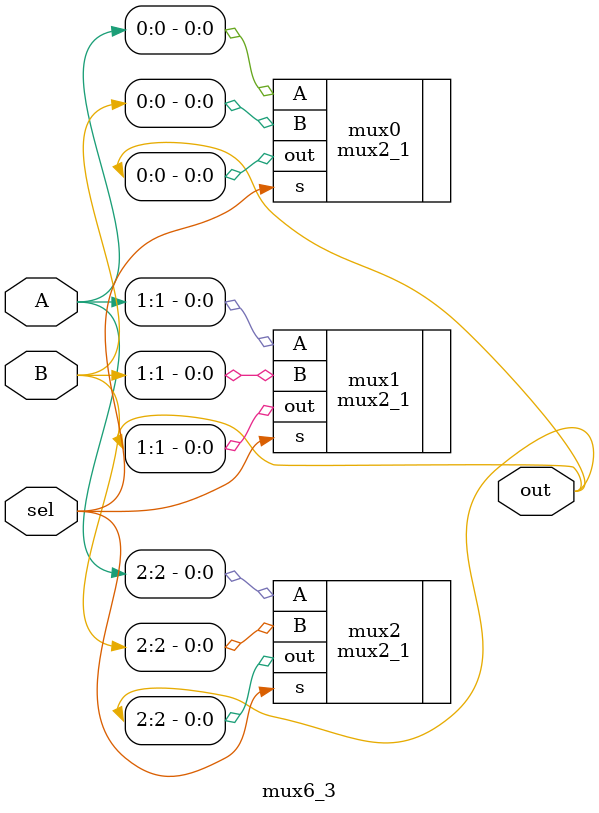
<source format=v>
module mux6_3 (A, B, sel, out);

    input [2:0] A;
    input [2:0] B;
    input sel;
    
    output [2:0] out;
    
    mux2_1 mux0 (.A(A[0]), .B(B[0]), .s(sel), .out(out[0]));
    mux2_1 mux1 (.A(A[1]), .B(B[1]), .s(sel), .out(out[1]));
    mux2_1 mux2 (.A(A[2]), .B(B[2]), .s(sel), .out(out[2]));
    
endmodule

</source>
